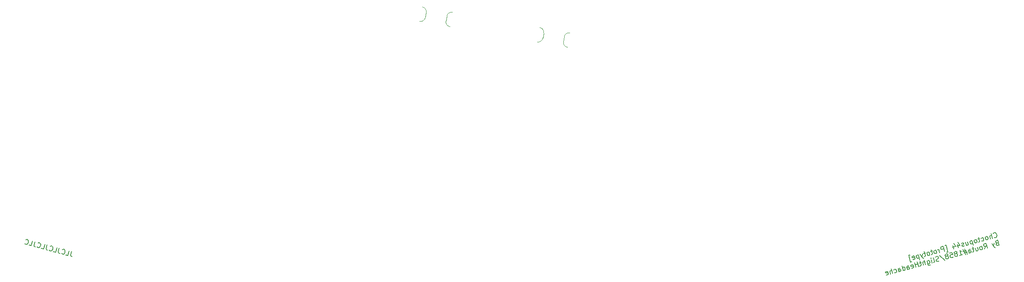
<source format=gbo>
G04 #@! TF.GenerationSoftware,KiCad,Pcbnew,(5.1.9)-1*
G04 #@! TF.CreationDate,2021-07-06T13:23:14+03:00*
G04 #@! TF.ProjectId,choctopus44-top-plate,63686f63-746f-4707-9573-34342d746f70,1.0 Prototype*
G04 #@! TF.SameCoordinates,Original*
G04 #@! TF.FileFunction,Legend,Bot*
G04 #@! TF.FilePolarity,Positive*
%FSLAX46Y46*%
G04 Gerber Fmt 4.6, Leading zero omitted, Abs format (unit mm)*
G04 Created by KiCad (PCBNEW (5.1.9)-1) date 2021-07-06 13:23:14*
%MOMM*%
%LPD*%
G01*
G04 APERTURE LIST*
%ADD10C,0.150000*%
%ADD11C,0.200000*%
%ADD12C,0.100000*%
%ADD13C,3.600000*%
%ADD14C,2.400000*%
G04 APERTURE END LIST*
D10*
X243682791Y-112412839D02*
X243741112Y-112446511D01*
X243891426Y-112455533D01*
X243983419Y-112430884D01*
X244109084Y-112347913D01*
X244176428Y-112231271D01*
X244197775Y-112126953D01*
X244194472Y-111930642D01*
X244157498Y-111792653D01*
X244062203Y-111620992D01*
X243991557Y-111541324D01*
X243874914Y-111473980D01*
X243724600Y-111464958D01*
X243632607Y-111489607D01*
X243506943Y-111572578D01*
X243473271Y-111630899D01*
X243293472Y-112615754D02*
X243034653Y-111649829D01*
X242879504Y-112726677D02*
X242743932Y-112220716D01*
X242765279Y-112116398D01*
X242844948Y-112045752D01*
X242982937Y-112008778D01*
X243087255Y-112030125D01*
X243145576Y-112063797D01*
X242281550Y-112886898D02*
X242361218Y-112816252D01*
X242394890Y-112757931D01*
X242416237Y-112653613D01*
X242342289Y-112377635D01*
X242271643Y-112297966D01*
X242213322Y-112264295D01*
X242109004Y-112242948D01*
X241971015Y-112279922D01*
X241891346Y-112350568D01*
X241857675Y-112408889D01*
X241836328Y-112513207D01*
X241910276Y-112789185D01*
X241980922Y-112868854D01*
X242039243Y-112902525D01*
X242143561Y-112923872D01*
X242281550Y-112886898D01*
X241119314Y-113149020D02*
X241223631Y-113170367D01*
X241407617Y-113121068D01*
X241487285Y-113050422D01*
X241520957Y-112992101D01*
X241542304Y-112887783D01*
X241468356Y-112611804D01*
X241397710Y-112532136D01*
X241339389Y-112498464D01*
X241235071Y-112477117D01*
X241051085Y-112526416D01*
X240971417Y-112597062D01*
X240683114Y-112625014D02*
X240315142Y-112723612D01*
X240458851Y-112340013D02*
X240680696Y-113167949D01*
X240659349Y-113272267D01*
X240579681Y-113342913D01*
X240487688Y-113367562D01*
X240027723Y-113490809D02*
X240107391Y-113420163D01*
X240141063Y-113361842D01*
X240162410Y-113257525D01*
X240088462Y-112981546D01*
X240017816Y-112901878D01*
X239959495Y-112868206D01*
X239855177Y-112846859D01*
X239717188Y-112883833D01*
X239637519Y-112954479D01*
X239603848Y-113012800D01*
X239582501Y-113117118D01*
X239656449Y-113393096D01*
X239727095Y-113472765D01*
X239785416Y-113506436D01*
X239889734Y-113527783D01*
X240027723Y-113490809D01*
X239119234Y-113044054D02*
X239378053Y-114009980D01*
X239131558Y-113090051D02*
X239027241Y-113068704D01*
X238843255Y-113118003D01*
X238763587Y-113188648D01*
X238729915Y-113246970D01*
X238708568Y-113351287D01*
X238782516Y-113627266D01*
X238853162Y-113706934D01*
X238911483Y-113740606D01*
X239015801Y-113761953D01*
X239199787Y-113712654D01*
X239279455Y-113642008D01*
X237831333Y-113389146D02*
X238003879Y-114033097D01*
X238245301Y-113278224D02*
X238380873Y-113784185D01*
X238359526Y-113888503D01*
X238279857Y-113959149D01*
X238141868Y-113996123D01*
X238037550Y-113974776D01*
X237979229Y-113941104D01*
X237577586Y-114098023D02*
X237497917Y-114168669D01*
X237313932Y-114217968D01*
X237209614Y-114196621D01*
X237138968Y-114116952D01*
X237126643Y-114070956D01*
X237147990Y-113966638D01*
X237227659Y-113895992D01*
X237365648Y-113859018D01*
X237445316Y-113788372D01*
X237466663Y-113684055D01*
X237454338Y-113638058D01*
X237383693Y-113558390D01*
X237279375Y-113537043D01*
X237141386Y-113574017D01*
X237061717Y-113644663D01*
X236175460Y-113832836D02*
X236348006Y-114476787D01*
X236306844Y-113403241D02*
X236721697Y-114031564D01*
X236123743Y-114191785D01*
X235255530Y-114079330D02*
X235428076Y-114723281D01*
X235386915Y-113649735D02*
X235801768Y-114278058D01*
X235203814Y-114438280D01*
X233996466Y-115451972D02*
X234226448Y-115390348D01*
X233856707Y-114010454D01*
X233626724Y-114072078D01*
X233542221Y-115228594D02*
X233283402Y-114262668D01*
X232915430Y-114361266D01*
X232835762Y-114431912D01*
X232802090Y-114490233D01*
X232780743Y-114594551D01*
X232817718Y-114732540D01*
X232888363Y-114812209D01*
X232946685Y-114845880D01*
X233051002Y-114867227D01*
X233418974Y-114768630D01*
X232576295Y-115487413D02*
X232403749Y-114843463D01*
X232453048Y-115027449D02*
X232382402Y-114947780D01*
X232324081Y-114914109D01*
X232219763Y-114892762D01*
X232127771Y-114917411D01*
X231840352Y-115684609D02*
X231920020Y-115613963D01*
X231953692Y-115555642D01*
X231975039Y-115451324D01*
X231901091Y-115175345D01*
X231830445Y-115095677D01*
X231772123Y-115062005D01*
X231667806Y-115040658D01*
X231529816Y-115077632D01*
X231450148Y-115148278D01*
X231416476Y-115206600D01*
X231395129Y-115310917D01*
X231469078Y-115586896D01*
X231539724Y-115666564D01*
X231598045Y-115700236D01*
X231702362Y-115721583D01*
X231840352Y-115684609D01*
X231069852Y-115200880D02*
X230701880Y-115299477D01*
X230845589Y-114915878D02*
X231067434Y-115743815D01*
X231046087Y-115848133D01*
X230966419Y-115918778D01*
X230874426Y-115943428D01*
X230414461Y-116066675D02*
X230494130Y-115996029D01*
X230527801Y-115937708D01*
X230549148Y-115833390D01*
X230475200Y-115557411D01*
X230404554Y-115477743D01*
X230346233Y-115444072D01*
X230241915Y-115422724D01*
X230103926Y-115459699D01*
X230024258Y-115530345D01*
X229990586Y-115588666D01*
X229969239Y-115692983D01*
X230043187Y-115968962D01*
X230113833Y-116048630D01*
X230172154Y-116082302D01*
X230276472Y-116103649D01*
X230414461Y-116066675D01*
X229643961Y-115582946D02*
X229275989Y-115681544D01*
X229419699Y-115297945D02*
X229641544Y-116125881D01*
X229620197Y-116230199D01*
X229540528Y-116300845D01*
X229448536Y-116325494D01*
X229046007Y-115743167D02*
X228988571Y-116448741D01*
X228586042Y-115866414D02*
X228988571Y-116448741D01*
X229142187Y-116654074D01*
X229200509Y-116687746D01*
X229304826Y-116709093D01*
X228218071Y-115965012D02*
X228476890Y-116930938D01*
X228230395Y-116011008D02*
X228126078Y-115989661D01*
X227942092Y-116038960D01*
X227862424Y-116109606D01*
X227828752Y-116167927D01*
X227807405Y-116272245D01*
X227881353Y-116548224D01*
X227951999Y-116627892D01*
X228010320Y-116661564D01*
X228114638Y-116682911D01*
X228298624Y-116633612D01*
X228378292Y-116562966D01*
X227136387Y-116895733D02*
X227240705Y-116917080D01*
X227424691Y-116867782D01*
X227504359Y-116797136D01*
X227525706Y-116692818D01*
X227427108Y-116324846D01*
X227356463Y-116245178D01*
X227252145Y-116223831D01*
X227068159Y-116273130D01*
X226988491Y-116343776D01*
X226967144Y-116448093D01*
X226991793Y-116540086D01*
X227476407Y-116508832D01*
X226867013Y-117362303D02*
X226637031Y-117423926D01*
X226267290Y-116044032D01*
X226497272Y-115982409D01*
X244228902Y-113531025D02*
X244103237Y-113613996D01*
X244069566Y-113672317D01*
X244048219Y-113776635D01*
X244085193Y-113914624D01*
X244155839Y-113994292D01*
X244214160Y-114027964D01*
X244318477Y-114049311D01*
X244686449Y-113950713D01*
X244427630Y-112984788D01*
X244105655Y-113071061D01*
X244025987Y-113141706D01*
X243992315Y-113200028D01*
X243970968Y-113304345D01*
X243995617Y-113396338D01*
X244066263Y-113476006D01*
X244124584Y-113509678D01*
X244228902Y-113531025D01*
X244550877Y-113444752D01*
X243639970Y-113540932D02*
X243582534Y-114246507D01*
X243180006Y-113664180D02*
X243582534Y-114246507D01*
X243736150Y-114451839D01*
X243794472Y-114485511D01*
X243898789Y-114506858D01*
X241696679Y-114751820D02*
X241895407Y-114205582D01*
X242248636Y-114603923D02*
X241989817Y-113637998D01*
X241621846Y-113736595D01*
X241542177Y-113807241D01*
X241508506Y-113865562D01*
X241487159Y-113969880D01*
X241524133Y-114107869D01*
X241594779Y-114187538D01*
X241653100Y-114221209D01*
X241757417Y-114242556D01*
X242125389Y-114143959D01*
X241144721Y-114899717D02*
X241224389Y-114829071D01*
X241258061Y-114770749D01*
X241279408Y-114666432D01*
X241205460Y-114390453D01*
X241134814Y-114310785D01*
X241076493Y-114277113D01*
X240972175Y-114255766D01*
X240834186Y-114292740D01*
X240754518Y-114363386D01*
X240720846Y-114421707D01*
X240699499Y-114526025D01*
X240773447Y-114802004D01*
X240844093Y-114881672D01*
X240902414Y-114915344D01*
X241006732Y-114936691D01*
X241144721Y-114899717D01*
X239822263Y-114563884D02*
X239994809Y-115207834D01*
X240236232Y-114452961D02*
X240371804Y-114958923D01*
X240350456Y-115063240D01*
X240270788Y-115133886D01*
X240132799Y-115170860D01*
X240028481Y-115149513D01*
X239970160Y-115115842D01*
X239500288Y-114650157D02*
X239132316Y-114748755D01*
X239276026Y-114365156D02*
X239497871Y-115193092D01*
X239476524Y-115297410D01*
X239396855Y-115368056D01*
X239304862Y-115392705D01*
X238568919Y-115589901D02*
X238433347Y-115083940D01*
X238454694Y-114979622D01*
X238534362Y-114908976D01*
X238718348Y-114859677D01*
X238822666Y-114881024D01*
X238556594Y-115543904D02*
X238660912Y-115565251D01*
X238890894Y-115503628D01*
X238970562Y-115432982D01*
X238991909Y-115328664D01*
X238967260Y-115236671D01*
X238896614Y-115157003D01*
X238792297Y-115135656D01*
X238562314Y-115197279D01*
X238457997Y-115175932D01*
X237982405Y-115056873D02*
X237292458Y-115241743D01*
X237595503Y-114716853D02*
X238204250Y-115884809D01*
X237495373Y-115631062D02*
X238185320Y-115446191D01*
X237882274Y-115971082D02*
X237273528Y-114803126D01*
X236637067Y-116107539D02*
X237189025Y-115959642D01*
X236913046Y-116033590D02*
X236654227Y-115067665D01*
X236783194Y-115181005D01*
X236899837Y-115248348D01*
X237004154Y-115269695D01*
X235937213Y-115703478D02*
X236016881Y-115632832D01*
X236050553Y-115574511D01*
X236071900Y-115470193D01*
X236059575Y-115424197D01*
X235988929Y-115344528D01*
X235930608Y-115310857D01*
X235826291Y-115289510D01*
X235642305Y-115338808D01*
X235562637Y-115409454D01*
X235528965Y-115467775D01*
X235507618Y-115572093D01*
X235519942Y-115618090D01*
X235590588Y-115697758D01*
X235648910Y-115731430D01*
X235753227Y-115752777D01*
X235937213Y-115703478D01*
X236041531Y-115724825D01*
X236099852Y-115758497D01*
X236170498Y-115838165D01*
X236219797Y-116022151D01*
X236198450Y-116126468D01*
X236164778Y-116184789D01*
X236085110Y-116255435D01*
X235901124Y-116304734D01*
X235796806Y-116283387D01*
X235738485Y-116249715D01*
X235667839Y-116170047D01*
X235618540Y-115986061D01*
X235639887Y-115881744D01*
X235673559Y-115823423D01*
X235753227Y-115752777D01*
X234584386Y-115622277D02*
X235044351Y-115499030D01*
X235213594Y-115946670D01*
X235155273Y-115912998D01*
X235050955Y-115891651D01*
X234820973Y-115953274D01*
X234741305Y-116023920D01*
X234707633Y-116082242D01*
X234686286Y-116186559D01*
X234747910Y-116416542D01*
X234818556Y-116496210D01*
X234876877Y-116529882D01*
X234981194Y-116551229D01*
X235211177Y-116489605D01*
X235290845Y-116418959D01*
X235324517Y-116360638D01*
X234097354Y-116196466D02*
X234177023Y-116125820D01*
X234210694Y-116067499D01*
X234232041Y-115963182D01*
X234219717Y-115917185D01*
X234149071Y-115837517D01*
X234090750Y-115803845D01*
X233986432Y-115782498D01*
X233802446Y-115831797D01*
X233722778Y-115902443D01*
X233689106Y-115960764D01*
X233667759Y-116065082D01*
X233680084Y-116111078D01*
X233750730Y-116190746D01*
X233809051Y-116224418D01*
X233913369Y-116245765D01*
X234097354Y-116196466D01*
X234201672Y-116217813D01*
X234259993Y-116251485D01*
X234330639Y-116331153D01*
X234379938Y-116515139D01*
X234358591Y-116619457D01*
X234324919Y-116677778D01*
X234245251Y-116748424D01*
X234061265Y-116797723D01*
X233956947Y-116776376D01*
X233898626Y-116742704D01*
X233827980Y-116663036D01*
X233778682Y-116479050D01*
X233800029Y-116374732D01*
X233833700Y-116316411D01*
X233913369Y-116245765D01*
X232502220Y-116130893D02*
X233662924Y-117150952D01*
X232485060Y-117170767D02*
X232359396Y-117253737D01*
X232129413Y-117315361D01*
X232025096Y-117294014D01*
X231966775Y-117260342D01*
X231896129Y-117180674D01*
X231871479Y-117088681D01*
X231892826Y-116984363D01*
X231926498Y-116926042D01*
X232006166Y-116855396D01*
X232177827Y-116760101D01*
X232257496Y-116689455D01*
X232291167Y-116631134D01*
X232312514Y-116526816D01*
X232287865Y-116434823D01*
X232217219Y-116355155D01*
X232158898Y-116321483D01*
X232054580Y-116300136D01*
X231824598Y-116361760D01*
X231698933Y-116444730D01*
X231393470Y-117512556D02*
X231473138Y-117441911D01*
X231494485Y-117337593D01*
X231272640Y-116509656D01*
X231025498Y-117611154D02*
X230852952Y-116967204D01*
X230766679Y-116645228D02*
X230825000Y-116678900D01*
X230791329Y-116737221D01*
X230733007Y-116703550D01*
X230766679Y-116645228D01*
X230791329Y-116737221D01*
X229979019Y-117201373D02*
X230188539Y-117983313D01*
X230259185Y-118062981D01*
X230317507Y-118096653D01*
X230421824Y-118118000D01*
X230559814Y-118081026D01*
X230639482Y-118010380D01*
X230139241Y-117799327D02*
X230243558Y-117820674D01*
X230427544Y-117771375D01*
X230507212Y-117700730D01*
X230540884Y-117642408D01*
X230562231Y-117538091D01*
X230488283Y-117262112D01*
X230417637Y-117182444D01*
X230359316Y-117148772D01*
X230254998Y-117127425D01*
X230071012Y-117176724D01*
X229991344Y-117247370D01*
X229691601Y-117968571D02*
X229432782Y-117002645D01*
X229277632Y-118079493D02*
X229142061Y-117573532D01*
X229163408Y-117469215D01*
X229243076Y-117398569D01*
X229381065Y-117361595D01*
X229485383Y-117382942D01*
X229543704Y-117416613D01*
X228783111Y-117521816D02*
X228415139Y-117620414D01*
X228558849Y-117236815D02*
X228780694Y-118064751D01*
X228759347Y-118169069D01*
X228679678Y-118239715D01*
X228587685Y-118264364D01*
X228265710Y-118350637D02*
X228006891Y-117384711D01*
X228130138Y-117844676D02*
X227578181Y-117992573D01*
X227713753Y-118498534D02*
X227454933Y-117532608D01*
X226873491Y-118674382D02*
X226977809Y-118695729D01*
X227161795Y-118646430D01*
X227241463Y-118575784D01*
X227262810Y-118471467D01*
X227164212Y-118103495D01*
X227093567Y-118023827D01*
X226989249Y-118002480D01*
X226805263Y-118051779D01*
X226725595Y-118122425D01*
X226704248Y-118226742D01*
X226728897Y-118318735D01*
X227213511Y-118287481D01*
X226011883Y-118954548D02*
X225876311Y-118448587D01*
X225897658Y-118344269D01*
X225977327Y-118273624D01*
X226161312Y-118224325D01*
X226265630Y-118245672D01*
X225999559Y-118908552D02*
X226103876Y-118929899D01*
X226333858Y-118868275D01*
X226413527Y-118797629D01*
X226434874Y-118693312D01*
X226410224Y-118601319D01*
X226339578Y-118521651D01*
X226235261Y-118500303D01*
X226005278Y-118561927D01*
X225900961Y-118540580D01*
X225137950Y-119188718D02*
X224879131Y-118222792D01*
X225125626Y-119142721D02*
X225229943Y-119164068D01*
X225413929Y-119114770D01*
X225493597Y-119044124D01*
X225527269Y-118985802D01*
X225548616Y-118881485D01*
X225474668Y-118605506D01*
X225404022Y-118525838D01*
X225345701Y-118492166D01*
X225241383Y-118470819D01*
X225057397Y-118520118D01*
X224977729Y-118590764D01*
X224264017Y-119422887D02*
X224128446Y-118916926D01*
X224149793Y-118812609D01*
X224229461Y-118741963D01*
X224413447Y-118692664D01*
X224517764Y-118714011D01*
X224251693Y-119376891D02*
X224356010Y-119398238D01*
X224585993Y-119336614D01*
X224665661Y-119265969D01*
X224687008Y-119161651D01*
X224662359Y-119069658D01*
X224591713Y-118989990D01*
X224487395Y-118968643D01*
X224257413Y-119030266D01*
X224153095Y-119008919D01*
X223377760Y-119611061D02*
X223482077Y-119632408D01*
X223666063Y-119583109D01*
X223745732Y-119512463D01*
X223779403Y-119454142D01*
X223800750Y-119349824D01*
X223726802Y-119073845D01*
X223656156Y-118994177D01*
X223597835Y-118960505D01*
X223493517Y-118939158D01*
X223309531Y-118988457D01*
X223229863Y-119059103D01*
X222976116Y-119767980D02*
X222717297Y-118802054D01*
X222562148Y-119878902D02*
X222426576Y-119372941D01*
X222447923Y-119268623D01*
X222527592Y-119197977D01*
X222665581Y-119161003D01*
X222769899Y-119182350D01*
X222828220Y-119216022D01*
X221721887Y-120054750D02*
X221826205Y-120076097D01*
X222010191Y-120026799D01*
X222089859Y-119956153D01*
X222111206Y-119851835D01*
X222012608Y-119483863D01*
X221941962Y-119404195D01*
X221837644Y-119382848D01*
X221653659Y-119432147D01*
X221573990Y-119502793D01*
X221552643Y-119607110D01*
X221577293Y-119699103D01*
X222061907Y-119667849D01*
D11*
X55903391Y-115266538D02*
X55718520Y-115956485D01*
X55727543Y-116106799D01*
X55794886Y-116223441D01*
X55920551Y-116306412D01*
X56012544Y-116331061D01*
X54724643Y-115985969D02*
X55184607Y-116109216D01*
X55443426Y-115143290D01*
X53875359Y-115659807D02*
X53909031Y-115718128D01*
X54034696Y-115801098D01*
X54126689Y-115825748D01*
X54277003Y-115816725D01*
X54393645Y-115749382D01*
X54464291Y-115669714D01*
X54559586Y-115498053D01*
X54596561Y-115360063D01*
X54599863Y-115163753D01*
X54578516Y-115059435D01*
X54511172Y-114942793D01*
X54385508Y-114859822D01*
X54293515Y-114835173D01*
X54143201Y-114844195D01*
X54084879Y-114877867D01*
X53419582Y-114601003D02*
X53234711Y-115290950D01*
X53243733Y-115441264D01*
X53311077Y-115557906D01*
X53436742Y-115640877D01*
X53528735Y-115665526D01*
X52240833Y-115320434D02*
X52700798Y-115443682D01*
X52959617Y-114477756D01*
X51391550Y-114994272D02*
X51425222Y-115052593D01*
X51550886Y-115135564D01*
X51642879Y-115160213D01*
X51793193Y-115151191D01*
X51909836Y-115083847D01*
X51980482Y-115004179D01*
X52075777Y-114832518D01*
X52112751Y-114694529D01*
X52116054Y-114498218D01*
X52094707Y-114393900D01*
X52027363Y-114277258D01*
X51901698Y-114194287D01*
X51809705Y-114169638D01*
X51659391Y-114178660D01*
X51601070Y-114212332D01*
X50935773Y-113935468D02*
X50750902Y-114625415D01*
X50759924Y-114775729D01*
X50827268Y-114892372D01*
X50952932Y-114975342D01*
X51044925Y-114999992D01*
X49757024Y-114654900D02*
X50216989Y-114778147D01*
X50475808Y-113812221D01*
X48907741Y-114328737D02*
X48941412Y-114387058D01*
X49067077Y-114470029D01*
X49159070Y-114494678D01*
X49309384Y-114485656D01*
X49426027Y-114418313D01*
X49496672Y-114338644D01*
X49591968Y-114166983D01*
X49628942Y-114028994D01*
X49632244Y-113832683D01*
X49610897Y-113728366D01*
X49543554Y-113611723D01*
X49417889Y-113528753D01*
X49325896Y-113504103D01*
X49175582Y-113513125D01*
X49117261Y-113546797D01*
X48451963Y-113269934D02*
X48267093Y-113959881D01*
X48276115Y-114110195D01*
X48343458Y-114226837D01*
X48469123Y-114309808D01*
X48561116Y-114334457D01*
X47273215Y-113989365D02*
X47733180Y-114112612D01*
X47991999Y-113146686D01*
X46423931Y-113663203D02*
X46457603Y-113721524D01*
X46583268Y-113804494D01*
X46675261Y-113829144D01*
X46825575Y-113820121D01*
X46942217Y-113752778D01*
X47012863Y-113673110D01*
X47108159Y-113501449D01*
X47145133Y-113363459D01*
X47148435Y-113167149D01*
X47127088Y-113062831D01*
X47059745Y-112946189D01*
X46934080Y-112863218D01*
X46842087Y-112838568D01*
X46691773Y-112847591D01*
X46633452Y-112881263D01*
D12*
X127925192Y-67506352D02*
X128098840Y-66521544D01*
X132110625Y-68244357D02*
X132284273Y-67259549D01*
X127925191Y-67506352D02*
G75*
G02*
X126766736Y-68317511I-984807J173648D01*
G01*
X132921785Y-69402813D02*
G75*
G02*
X132110625Y-68244357I173648J984808D01*
G01*
X132284273Y-67259549D02*
G75*
G02*
X133442729Y-66448389I984808J-173648D01*
G01*
X127287681Y-65363089D02*
G75*
G02*
X128098840Y-66521544I-173648J-984807D01*
G01*
X151177681Y-69563089D02*
G75*
G02*
X151988840Y-70721544I-173648J-984807D01*
G01*
X156174273Y-71459549D02*
G75*
G02*
X157332729Y-70648389I984808J-173648D01*
G01*
X156811785Y-73602813D02*
G75*
G02*
X156000625Y-72444357I173648J984808D01*
G01*
X151815191Y-71706352D02*
G75*
G02*
X150656736Y-72517511I-984807J173648D01*
G01*
X151815192Y-71706352D02*
X151988840Y-70721544D01*
X156000625Y-72444357D02*
X156174273Y-71459549D01*
%LPC*%
G36*
G01*
X128229076Y-65782938D02*
X128229076Y-65782938D01*
G75*
G02*
X128518690Y-65580148I246202J-43412D01*
G01*
X129257296Y-65710384D01*
G75*
G02*
X129460086Y-65999998I-43412J-246202D01*
G01*
X129460086Y-65999998D01*
G75*
G02*
X129170472Y-66202788I-246202J43412D01*
G01*
X128431866Y-66072552D01*
G75*
G02*
X128229076Y-65782938I43412J246202D01*
G01*
G37*
G36*
G01*
X129706288Y-66043411D02*
X129706288Y-66043411D01*
G75*
G02*
X129995902Y-65840621I246202J-43412D01*
G01*
X130734508Y-65970857D01*
G75*
G02*
X130937298Y-66260471I-43412J-246202D01*
G01*
X130937298Y-66260471D01*
G75*
G02*
X130647684Y-66463261I-246202J43412D01*
G01*
X129909078Y-66333025D01*
G75*
G02*
X129706288Y-66043411I43412J246202D01*
G01*
G37*
G36*
G01*
X131183500Y-66303883D02*
X131183500Y-66303883D01*
G75*
G02*
X131473114Y-66101093I246202J-43412D01*
G01*
X132211720Y-66231329D01*
G75*
G02*
X132414510Y-66520943I-43412J-246202D01*
G01*
X132414510Y-66520943D01*
G75*
G02*
X132124896Y-66723733I-246202J43412D01*
G01*
X131386290Y-66593497D01*
G75*
G02*
X131183500Y-66303883I43412J246202D01*
G01*
G37*
G36*
G01*
X130749379Y-68765902D02*
X130749379Y-68765902D01*
G75*
G02*
X131038993Y-68563112I246202J-43412D01*
G01*
X131777599Y-68693348D01*
G75*
G02*
X131980389Y-68982962I-43412J-246202D01*
G01*
X131980389Y-68982962D01*
G75*
G02*
X131690775Y-69185752I-246202J43412D01*
G01*
X130952169Y-69055516D01*
G75*
G02*
X130749379Y-68765902I43412J246202D01*
G01*
G37*
G36*
G01*
X129272168Y-68505430D02*
X129272168Y-68505430D01*
G75*
G02*
X129561782Y-68302640I246202J-43412D01*
G01*
X130300388Y-68432876D01*
G75*
G02*
X130503178Y-68722490I-43412J-246202D01*
G01*
X130503178Y-68722490D01*
G75*
G02*
X130213564Y-68925280I-246202J43412D01*
G01*
X129474958Y-68795044D01*
G75*
G02*
X129272168Y-68505430I43412J246202D01*
G01*
G37*
G36*
G01*
X127794956Y-68244958D02*
X127794956Y-68244958D01*
G75*
G02*
X128084570Y-68042168I246202J-43412D01*
G01*
X128823176Y-68172404D01*
G75*
G02*
X129025966Y-68462018I-43412J-246202D01*
G01*
X129025966Y-68462018D01*
G75*
G02*
X128736352Y-68664808I-246202J43412D01*
G01*
X127997746Y-68534572D01*
G75*
G02*
X127794956Y-68244958I43412J246202D01*
G01*
G37*
G36*
G01*
X151684956Y-72444958D02*
X151684956Y-72444958D01*
G75*
G02*
X151974570Y-72242168I246202J-43412D01*
G01*
X152713176Y-72372404D01*
G75*
G02*
X152915966Y-72662018I-43412J-246202D01*
G01*
X152915966Y-72662018D01*
G75*
G02*
X152626352Y-72864808I-246202J43412D01*
G01*
X151887746Y-72734572D01*
G75*
G02*
X151684956Y-72444958I43412J246202D01*
G01*
G37*
G36*
G01*
X153162168Y-72705430D02*
X153162168Y-72705430D01*
G75*
G02*
X153451782Y-72502640I246202J-43412D01*
G01*
X154190388Y-72632876D01*
G75*
G02*
X154393178Y-72922490I-43412J-246202D01*
G01*
X154393178Y-72922490D01*
G75*
G02*
X154103564Y-73125280I-246202J43412D01*
G01*
X153364958Y-72995044D01*
G75*
G02*
X153162168Y-72705430I43412J246202D01*
G01*
G37*
G36*
G01*
X154639379Y-72965902D02*
X154639379Y-72965902D01*
G75*
G02*
X154928993Y-72763112I246202J-43412D01*
G01*
X155667599Y-72893348D01*
G75*
G02*
X155870389Y-73182962I-43412J-246202D01*
G01*
X155870389Y-73182962D01*
G75*
G02*
X155580775Y-73385752I-246202J43412D01*
G01*
X154842169Y-73255516D01*
G75*
G02*
X154639379Y-72965902I43412J246202D01*
G01*
G37*
G36*
G01*
X155073500Y-70503883D02*
X155073500Y-70503883D01*
G75*
G02*
X155363114Y-70301093I246202J-43412D01*
G01*
X156101720Y-70431329D01*
G75*
G02*
X156304510Y-70720943I-43412J-246202D01*
G01*
X156304510Y-70720943D01*
G75*
G02*
X156014896Y-70923733I-246202J43412D01*
G01*
X155276290Y-70793497D01*
G75*
G02*
X155073500Y-70503883I43412J246202D01*
G01*
G37*
G36*
G01*
X153596288Y-70243411D02*
X153596288Y-70243411D01*
G75*
G02*
X153885902Y-70040621I246202J-43412D01*
G01*
X154624508Y-70170857D01*
G75*
G02*
X154827298Y-70460471I-43412J-246202D01*
G01*
X154827298Y-70460471D01*
G75*
G02*
X154537684Y-70663261I-246202J43412D01*
G01*
X153799078Y-70533025D01*
G75*
G02*
X153596288Y-70243411I43412J246202D01*
G01*
G37*
G36*
G01*
X152119076Y-69982938D02*
X152119076Y-69982938D01*
G75*
G02*
X152408690Y-69780148I246202J-43412D01*
G01*
X153147296Y-69910384D01*
G75*
G02*
X153350086Y-70199998I-43412J-246202D01*
G01*
X153350086Y-70199998D01*
G75*
G02*
X153060472Y-70402788I-246202J43412D01*
G01*
X152321866Y-70272552D01*
G75*
G02*
X152119076Y-69982938I43412J246202D01*
G01*
G37*
D13*
X144660000Y-109680000D03*
D14*
X151110000Y-113404000D03*
X138210000Y-113404000D03*
X148960000Y-117128000D03*
X140360000Y-117128000D03*
X144660000Y-117128000D03*
X144660000Y-87334000D03*
X142510000Y-91058000D03*
X142510000Y-113404000D03*
X142510000Y-105955000D03*
X148960000Y-109680000D03*
X144660000Y-102231000D03*
X146810000Y-98507000D03*
X144660000Y-94782000D03*
X140360000Y-102231000D03*
X146810000Y-113404000D03*
X148960000Y-102231000D03*
X142510000Y-98507000D03*
X146810000Y-91058000D03*
X140360000Y-109680000D03*
X146810000Y-105955000D03*
X155313528Y-48440332D03*
X123086265Y-61496600D03*
X138557879Y-45219572D03*
X149750000Y-75250000D03*
X133000000Y-72000000D03*
X89570000Y-111250000D03*
X199750000Y-111250000D03*
X219710000Y-63810000D03*
X144660000Y-154500000D03*
X69610000Y-63810000D03*
M02*

</source>
